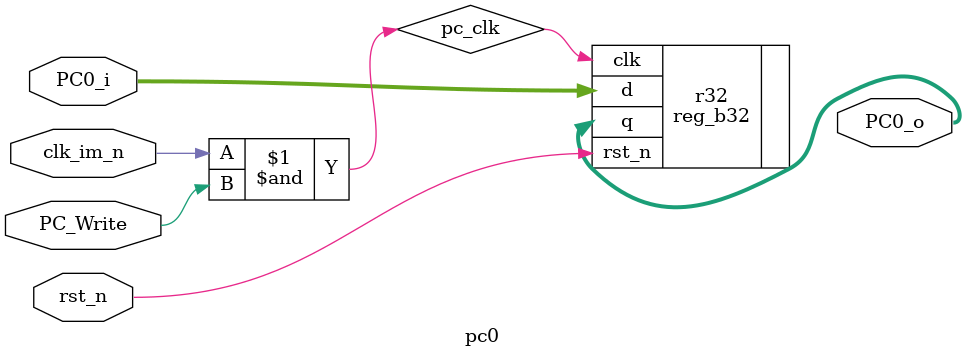
<source format=v>
module pc0(
    PC_Write, clk_im_n, PC0_o, PC0_i,
    rst_n
);

    input PC_Write;
    input clk_im_n;
    input rst_n;
    input [31:0] PC0_i;
    output [31:0] PC0_o;

    wire pc_clk;
    
    assign pc_clk = clk_im_n & PC_Write;

    reg_b32 r32(
        .clk(pc_clk),
        .rst_n(rst_n),
        .d(PC0_i),
        .q(PC0_o)
    );

endmodule
</source>
